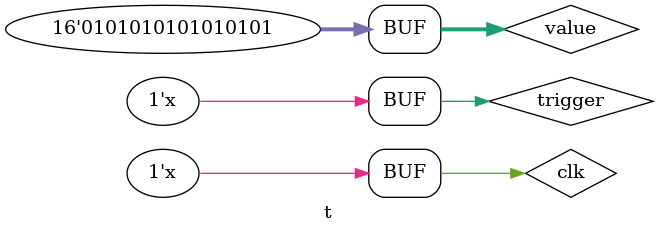
<source format=v>
`timescale 1ns / 1ps


module t;

	// Inputs
	reg clk;
	reg trigger;
	reg [15:0] value;

	// Outputs
	wire sync;
	wire din;
	wire clk_out;

	// Instantiate the Unit Under Test (UUT)
	dac uut (
		.clk(clk), 
		.sync(sync), 
		.din(din), 
		.clk_out(clk_out), 
		.value(value),
		.trigger(trigger)
	);

	initial begin
		// Initialize Inputs
		clk = 0;
		trigger = 1;
		value = 16'b0101010101010101;

		// Wait 100 ns for global reset to finish
		#100;
        
		// Add stimulus here

	end
   always
		begin
		#100 clk = ~clk;
		end
	always
		begin
		#4000 trigger = ~trigger;
		end
endmodule


</source>
